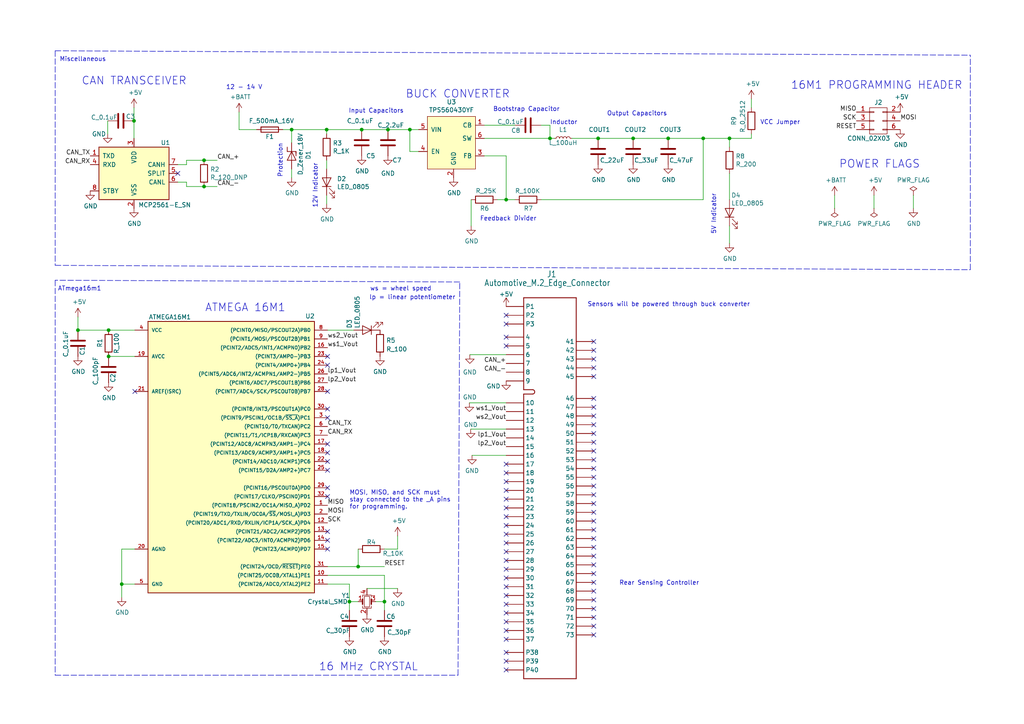
<source format=kicad_sch>
(kicad_sch (version 20211123) (generator eeschema)
  (paper "A4")
  (lib_symbols
    (symbol "formula:ATMEGA16M1" (pin_names (offset 1.016))
      (property "Reference" "U" (at -24.13 46.482 0))
      (property "Value" "ATMEGA16M1" (at 12.7 -35.56 0))
      (symbol "ATMEGA16M1_1_1"
        (pin bidirectional line (at 27.94 -7.62 180) (length 3.81) (name "(PCINT18/PSCIN2/OC1A/MISO_A)PD2") (number "1"))
        (pin bidirectional line (at 27.94 -27.94 180) (length 3.81) (name "(PCINT25/OC0B/XTAL1)PE1") (number "10"))
        (pin bidirectional line (at 27.94 -30.48 180) (length 3.81) (name "(PCINT26/ADC0/XTAL2)PE2") (number "11"))
        (pin bidirectional line (at 27.94 -12.7 180) (length 3.81) (name "(PCINT20/ADC1/RXD/RXLIN/ICP1A/SCK_A)PD4") (number "12"))
        (pin bidirectional line (at 27.94 -15.24 180) (length 3.81) (name "(PCINT21/ADC2/ACMP2)PD5") (number "13"))
        (pin bidirectional line (at 27.94 -17.78 180) (length 3.81) (name "(PCINT22/ADC3/INT0/ACMPN2)PD6") (number "14"))
        (pin bidirectional line (at 27.94 -20.32 180) (length 3.81) (name "(PCINT23/ACMP0)PD7") (number "15"))
        (pin bidirectional line (at 27.94 38.1 180) (length 3.81) (name "(PCINT2/ADC5/INT1/ACMPN0)PB2") (number "16"))
        (pin bidirectional line (at 27.94 10.16 180) (length 3.81) (name "(PCINT12/ADC8/ACMPN3/AMP1-)PC4") (number "17"))
        (pin bidirectional line (at 27.94 7.62 180) (length 3.81) (name "(PCINT13/ADC9/ACMP3/AMP1+)PC5") (number "18"))
        (pin power_in line (at -27.94 35.56 0) (length 3.81) (name "AVCC") (number "19"))
        (pin bidirectional line (at 27.94 -10.16 180) (length 3.81) (name "(PCINT19/TXD/TXLIN/OC0A/~{SS}/MOSI_A)PD3") (number "2"))
        (pin power_in line (at -27.94 -20.32 0) (length 3.81) (name "AGND") (number "20"))
        (pin power_in line (at -27.94 25.4 0) (length 3.81) (name "AREF(ISRC)") (number "21"))
        (pin bidirectional line (at 27.94 5.08 180) (length 3.81) (name "(PCINT14/ADC10/ACMP1)PC6") (number "22"))
        (pin bidirectional line (at 27.94 35.56 180) (length 3.81) (name "(PCINT3/AMP0-)PB3") (number "23"))
        (pin bidirectional line (at 27.94 33.02 180) (length 3.81) (name "(PCINT4/AMP0+)PB4") (number "24"))
        (pin bidirectional line (at 27.94 2.54 180) (length 3.81) (name "(PCINT15/D2A/AMP2+)PC7") (number "25"))
        (pin bidirectional line (at 27.94 30.48 180) (length 3.81) (name "(PCINT5/ADC6/INT2/ACMPN1/AMP2-)PB5") (number "26"))
        (pin bidirectional line (at 27.94 27.94 180) (length 3.81) (name "(PCINT6/ADC7/PSCOUT1B)PB6") (number "27"))
        (pin bidirectional line (at 27.94 25.4 180) (length 3.81) (name "(PCINT7/ADC4/SCK/PSCOUT0B)PB7") (number "28"))
        (pin bidirectional line (at 27.94 -2.54 180) (length 3.81) (name "(PCINT16/PSCOUT0A)PD0") (number "29"))
        (pin bidirectional line (at 27.94 17.78 180) (length 3.81) (name "(PCINT9/PSCIN1/OC1B/~{SS_A})PC1") (number "3"))
        (pin bidirectional line (at 27.94 20.32 180) (length 3.81) (name "(PCINT8/INT3/PSCOUT1A)PC0") (number "30"))
        (pin bidirectional line (at 27.94 -25.4 180) (length 3.81) (name "(PCINT24/OCD/~{RESET})PE0") (number "31"))
        (pin bidirectional line (at 27.94 -5.08 180) (length 3.81) (name "(PCINT17/CLKO/PSCIN0)PD1") (number "32"))
        (pin power_in line (at -27.94 43.18 0) (length 3.81) (name "VCC") (number "4"))
        (pin power_in line (at -27.94 -30.48 0) (length 3.81) (name "GND") (number "5"))
        (pin bidirectional line (at 27.94 15.24 180) (length 3.81) (name "(PCINT10/T0/TXCAN)PC2") (number "6"))
        (pin bidirectional line (at 27.94 12.7 180) (length 3.81) (name "(PCINT11/T1/ICP1B/RXCAN)PC3") (number "7"))
        (pin bidirectional line (at 27.94 43.18 180) (length 3.81) (name "(PCINT0/MISO/PSCOUT2A)PB0") (number "8"))
        (pin bidirectional line (at 27.94 40.64 180) (length 3.81) (name "(PCINT1/MOSI/PSCOUT2B)PB1") (number "9"))
      )
    )
    (symbol "formula:Automotive_M.2_Edge_Connector"
      (property "Reference" "J?" (at 1.27 49.53 0))
      (property "Value" "Automotive_M.2_Edge_Connector" (at 7.62 45.72 0))
      (symbol "Automotive_M.2_Edge_Connector_1_0"
        (pin bidirectional line (at -12.7 12.7 0) (length 5.08) (name "10") (number "10"))
        (pin bidirectional line (at -12.7 10.16 0) (length 5.08) (name "11") (number "11"))
        (pin bidirectional line (at -12.7 7.62 0) (length 5.08) (name "12") (number "12"))
        (pin bidirectional line (at -12.7 5.08 0) (length 5.08) (name "13") (number "13"))
        (pin bidirectional line (at -12.7 2.54 0) (length 5.08) (name "14") (number "14"))
        (pin bidirectional line (at -12.7 0 0) (length 5.08) (name "15") (number "15"))
        (pin bidirectional line (at -12.7 -2.54 0) (length 5.08) (name "16") (number "16"))
        (pin bidirectional line (at -12.7 -5.08 0) (length 5.08) (name "17") (number "17"))
        (pin bidirectional line (at -12.7 -7.62 0) (length 5.08) (name "18") (number "18"))
        (pin bidirectional line (at -12.7 -10.16 0) (length 5.08) (name "19") (number "19"))
        (pin bidirectional line (at -12.7 -12.7 0) (length 5.08) (name "20") (number "20"))
        (pin bidirectional line (at -12.7 -15.24 0) (length 5.08) (name "21") (number "21"))
        (pin bidirectional line (at -12.7 -17.78 0) (length 5.08) (name "22") (number "22"))
        (pin bidirectional line (at -12.7 -20.32 0) (length 5.08) (name "23") (number "23"))
        (pin bidirectional line (at -12.7 -22.86 0) (length 5.08) (name "24") (number "24"))
        (pin bidirectional line (at -12.7 -25.4 0) (length 5.08) (name "25") (number "25"))
        (pin bidirectional line (at -12.7 -27.94 0) (length 5.08) (name "26") (number "26"))
        (pin bidirectional line (at -12.7 -30.48 0) (length 5.08) (name "27") (number "27"))
        (pin bidirectional line (at -12.7 -33.02 0) (length 5.08) (name "28") (number "28"))
        (pin bidirectional line (at -12.7 -35.56 0) (length 5.08) (name "29") (number "29"))
        (pin bidirectional line (at -12.7 -38.1 0) (length 5.08) (name "30") (number "30"))
        (pin bidirectional line (at -12.7 -40.64 0) (length 5.08) (name "31") (number "31"))
        (pin bidirectional line (at -12.7 -43.18 0) (length 5.08) (name "32") (number "32"))
        (pin bidirectional line (at -12.7 -45.72 0) (length 5.08) (name "33") (number "33"))
        (pin bidirectional line (at -12.7 -48.26 0) (length 5.08) (name "34") (number "34"))
        (pin bidirectional line (at -12.7 -50.8 0) (length 5.08) (name "35") (number "35"))
        (pin bidirectional line (at -12.7 -53.34 0) (length 5.08) (name "36") (number "36"))
        (pin bidirectional line (at -12.7 -55.88 0) (length 5.08) (name "37") (number "37"))
        (pin bidirectional line (at -12.7 31.75 0) (length 5.08) (name "4") (number "4"))
        (pin bidirectional line (at 12.7 30.48 180) (length 5.08) (name "41") (number "41"))
        (pin bidirectional line (at 12.7 27.94 180) (length 5.08) (name "42") (number "42"))
        (pin bidirectional line (at 12.7 25.4 180) (length 5.08) (name "43") (number "43"))
        (pin bidirectional line (at 12.7 22.86 180) (length 5.08) (name "44") (number "44"))
        (pin bidirectional line (at 12.7 20.32 180) (length 5.08) (name "45") (number "45"))
        (pin bidirectional line (at 12.7 13.97 180) (length 5.08) (name "46") (number "46"))
        (pin bidirectional line (at 12.7 11.43 180) (length 5.08) (name "47") (number "47"))
        (pin bidirectional line (at 12.7 8.89 180) (length 5.08) (name "48") (number "48"))
        (pin bidirectional line (at 12.7 6.35 180) (length 5.08) (name "49") (number "49"))
        (pin bidirectional line (at -12.7 29.21 0) (length 5.08) (name "5") (number "5"))
        (pin bidirectional line (at 12.7 3.81 180) (length 5.08) (name "50") (number "50"))
        (pin bidirectional line (at 12.7 1.27 180) (length 5.08) (name "51") (number "51"))
        (pin bidirectional line (at 12.7 -1.27 180) (length 5.08) (name "52") (number "52"))
        (pin bidirectional line (at 12.7 -3.81 180) (length 5.08) (name "53") (number "53"))
        (pin bidirectional line (at 12.7 -6.35 180) (length 5.08) (name "54") (number "54"))
        (pin bidirectional line (at 12.7 -8.89 180) (length 5.08) (name "55") (number "55"))
        (pin bidirectional line (at 12.7 -11.43 180) (length 5.08) (name "56") (number "56"))
        (pin bidirectional line (at 12.7 -13.97 180) (length 5.08) (name "57") (number "57"))
        (pin bidirectional line (at 12.7 -16.51 180) (length 5.08) (name "58") (number "58"))
        (pin bidirectional line (at 12.7 -19.05 180) (length 5.08) (name "59") (number "59"))
        (pin bidirectional line (at -12.7 26.67 0) (length 5.08) (name "6") (number "6"))
        (pin bidirectional line (at 12.7 -21.59 180) (length 5.08) (name "60") (number "60"))
        (pin bidirectional line (at 12.7 -24.13 180) (length 5.08) (name "61") (number "61"))
        (pin bidirectional line (at 12.7 -26.67 180) (length 5.08) (name "62") (number "62"))
        (pin bidirectional line (at 12.7 -29.21 180) (length 5.08) (name "63") (number "63"))
        (pin bidirectional line (at 12.7 -31.75 180) (length 5.08) (name "64") (number "64"))
        (pin bidirectional line (at 12.7 -34.29 180) (length 5.08) (name "65") (number "65"))
        (pin bidirectional line (at 12.7 -36.83 180) (length 5.08) (name "66") (number "66"))
        (pin bidirectional line (at 12.7 -39.37 180) (length 5.08) (name "67") (number "67"))
        (pin bidirectional line (at 12.7 -41.91 180) (length 5.08) (name "68") (number "68"))
        (pin bidirectional line (at 12.7 -44.45 180) (length 5.08) (name "69") (number "69"))
        (pin bidirectional line (at -12.7 24.13 0) (length 5.08) (name "7") (number "7"))
        (pin bidirectional line (at 12.7 -46.99 180) (length 5.08) (name "70") (number "70"))
        (pin bidirectional line (at 12.7 -49.53 180) (length 5.08) (name "71") (number "71"))
        (pin bidirectional line (at 12.7 -52.07 180) (length 5.08) (name "72") (number "72"))
        (pin bidirectional line (at 12.7 -54.61 180) (length 5.08) (name "73") (number "73"))
        (pin bidirectional line (at -12.7 21.59 0) (length 5.08) (name "8") (number "8"))
        (pin bidirectional line (at -12.7 19.05 0) (length 5.08) (name "9") (number "9"))
        (pin bidirectional line (at -12.7 40.64 0) (length 5.08) (name "P1") (number "P1"))
        (pin bidirectional line (at -12.7 38.1 0) (length 5.08) (name "P2") (number "P2"))
        (pin bidirectional line (at -12.7 35.56 0) (length 5.08) (name "P3") (number "P3"))
        (pin bidirectional line (at -12.7 -59.69 0) (length 5.08) (name "P38") (number "P38"))
        (pin bidirectional line (at -12.7 -62.23 0) (length 5.08) (name "P39") (number "P39"))
        (pin bidirectional line (at -12.7 -64.77 0) (length 5.08) (name "P40") (number "P40"))
      )
    )
    (symbol "formula:CONN_02X03" (pin_names (offset 0.0254) hide)
      (property "Reference" "J" (at 0 5.08 0))
      (property "Value" "CONN_02X03" (at 0 -5.08 0))
      (symbol "CONN_02X03_1_1"
        (pin passive line (at -6.35 2.54 0) (length 3.81) (name "P1") (number "1"))
        (pin passive line (at 6.35 2.54 180) (length 3.81) (name "P2") (number "2"))
        (pin passive line (at -6.35 0 0) (length 3.81) (name "P3") (number "3"))
        (pin passive line (at 6.35 0 180) (length 3.81) (name "P4") (number "4"))
        (pin passive line (at -6.35 -2.54 0) (length 3.81) (name "P5") (number "5"))
        (pin passive line (at 6.35 -2.54 180) (length 3.81) (name "P6") (number "6"))
      )
    )
    (symbol "formula:C_0.1uF" (pin_numbers hide) (pin_names (offset 0.254))
      (property "Reference" "C" (at 0.635 2.54 0))
      (property "Value" "C_0.1uF" (at 0.635 -2.54 0))
      (symbol "C_0.1uF_1_1"
        (pin passive line (at 0 3.81 270) (length 2.794) (name "~") (number "1"))
        (pin passive line (at 0 -3.81 90) (length 2.794) (name "~") (number "2"))
      )
    )
    (symbol "formula:C_100pF" (pin_numbers hide) (pin_names (offset 0.254))
      (property "Reference" "C" (at 0.635 2.54 0))
      (property "Value" "C_100pF" (at 0.635 -2.54 0))
      (symbol "C_100pF_1_1"
        (pin passive line (at 0 3.81 270) (length 2.794) (name "~") (number "1"))
        (pin passive line (at 0 -3.81 90) (length 2.794) (name "~") (number "2"))
      )
    )
    (symbol "formula:C_2.2uF" (pin_numbers hide) (pin_names (offset 0.254))
      (property "Reference" "C" (at 0.635 3.81 0))
      (property "Value" "C_2.2uF" (at 0.635 -1.27 0))
      (symbol "C_2.2uF_1_1"
        (pin passive line (at 0 5.08 270) (length 2.794) (name "~") (number "1"))
        (pin passive line (at 0 -2.54 90) (length 2.794) (name "~") (number "2"))
      )
    )
    (symbol "formula:C_22uF" (pin_numbers hide) (pin_names (offset 0.254))
      (property "Reference" "C" (at 0.635 2.54 0))
      (property "Value" "C_22uF" (at 0.635 -2.54 0))
      (symbol "C_22uF_1_1"
        (pin passive line (at 0 3.81 270) (length 2.794) (name "~") (number "1"))
        (pin passive line (at 0 -3.81 90) (length 2.794) (name "~") (number "2"))
      )
    )
    (symbol "formula:C_30pF" (pin_numbers hide) (pin_names (offset 0.254))
      (property "Reference" "C" (at 0.635 2.54 0))
      (property "Value" "C_30pF" (at 0.635 -2.54 0))
      (symbol "C_30pF_1_1"
        (pin passive line (at 0 3.81 270) (length 2.794) (name "~") (number "1"))
        (pin passive line (at 0 -3.81 90) (length 2.794) (name "~") (number "2"))
      )
    )
    (symbol "formula:C_33uF" (pin_numbers hide) (pin_names (offset 0.254))
      (property "Reference" "C" (at 0.635 2.54 0))
      (property "Value" "C_33uF" (at 2.54 -7.62 0))
      (symbol "C_33uF_1_1"
        (pin passive line (at 0 3.81 270) (length 2.794) (name "~") (number "1"))
        (pin passive line (at 0 -3.81 90) (length 2.794) (name "~") (number "2"))
      )
    )
    (symbol "formula:C_47uF" (pin_numbers hide) (pin_names (offset 0.254))
      (property "Reference" "C" (at 0.635 2.54 0))
      (property "Value" "C_47uF" (at 0.635 -2.54 0))
      (symbol "C_47uF_1_1"
        (pin passive line (at 0 3.81 270) (length 2.794) (name "~") (number "1"))
        (pin passive line (at 0 -3.81 90) (length 2.794) (name "~") (number "2"))
      )
    )
    (symbol "formula:Crystal_SMD" (pin_names (offset 1.016) hide)
      (property "Reference" "Y" (at 1.27 4.445 0))
      (property "Value" "Crystal_SMD" (at 1.27 2.54 0))
      (symbol "Crystal_SMD_1_1"
        (pin passive line (at -2.54 0 0) (length 1.27) (name "1") (number "1"))
        (pin passive line (at 0 -3.81 90) (length 1.905) (name "2") (number "2"))
        (pin passive line (at 2.54 0 180) (length 1.27) (name "3") (number "3"))
        (pin passive line (at 0 3.81 270) (length 1.905) (name "4") (number "4"))
      )
    )
    (symbol "formula:D_Zener_18V" (pin_numbers hide) (pin_names (offset 1.016) hide)
      (property "Reference" "D" (at 0 2.54 0))
      (property "Value" "D_Zener_18V" (at 0 -2.54 0))
      (symbol "D_Zener_18V_1_1"
        (pin passive line (at -3.81 0 0) (length 2.54) (name "K") (number "1"))
        (pin passive line (at 3.81 0 180) (length 2.54) (name "A") (number "2"))
      )
    )
    (symbol "formula:F_500mA_16V" (pin_numbers hide) (pin_names (offset 0))
      (property "Reference" "F" (at 2.032 0 90))
      (property "Value" "F_500mA_16V" (at -1.905 0 90))
      (symbol "F_500mA_16V_1_1"
        (pin passive line (at 0 3.81 270) (length 1.27) (name "~") (number "1"))
        (pin passive line (at 0 -3.81 90) (length 1.27) (name "~") (number "2"))
      )
    )
    (symbol "formula:LED_0805" (pin_numbers hide) (pin_names (offset 1.016) hide)
      (property "Reference" "D" (at 0 -2.54 0))
      (property "Value" "LED_0805" (at 0 2.54 0))
      (symbol "LED_0805_1_1"
        (pin passive line (at -3.81 0 0) (length 2.54) (name "K") (number "1"))
        (pin passive line (at 3.81 0 180) (length 2.54) (name "A") (number "2"))
      )
    )
    (symbol "formula:L_100uH" (pin_numbers hide) (pin_names (offset 1.016) hide)
      (property "Reference" "L" (at 0 -1.27 0))
      (property "Value" "L_100uH" (at 0 2.54 0))
      (symbol "L_100uH_1_1"
        (pin passive line (at -2.54 0 0) (length 0.508) (name "~") (number "1"))
        (pin passive line (at 2.54 0 180) (length 0.508) (name "~") (number "2"))
      )
    )
    (symbol "formula:MCP2561-E_SN" (pin_names (offset 1.016))
      (property "Reference" "U" (at -10.16 8.89 0))
      (property "Value" "MCP2561-E_SN" (at 2.54 8.89 0))
      (symbol "MCP2561-E_SN_1_1"
        (pin input line (at -12.7 5.08 0) (length 2.54) (name "TXD") (number "1"))
        (pin power_in line (at 0 -10.16 90) (length 2.54) (name "VSS") (number "2"))
        (pin power_in line (at 0 10.16 270) (length 2.54) (name "VDD") (number "3"))
        (pin output line (at -12.7 2.54 0) (length 2.54) (name "RXD") (number "4"))
        (pin passive line (at 12.7 0 180) (length 2.54) (name "SPLIT") (number "5"))
        (pin bidirectional line (at 12.7 -2.54 180) (length 2.54) (name "CANL") (number "6"))
        (pin bidirectional line (at 12.7 2.54 180) (length 2.54) (name "CANH") (number "7"))
        (pin input line (at -12.7 -5.08 0) (length 2.54) (name "STBY") (number "8"))
      )
    )
    (symbol "formula:R_0_2512" (pin_numbers hide) (pin_names (offset 0))
      (property "Reference" "R" (at 2.032 0 90))
      (property "Value" "R_0_2512" (at -2.54 0 90))
      (symbol "R_0_2512_1_1"
        (pin passive line (at 0 3.81 270) (length 1.27) (name "~") (number "1"))
        (pin passive line (at 0 -3.81 90) (length 1.27) (name "~") (number "2"))
      )
    )
    (symbol "formula:R_100" (pin_numbers hide) (pin_names (offset 0))
      (property "Reference" "R" (at 2.032 0 90))
      (property "Value" "R_100" (at -2.54 0 90))
      (symbol "R_100_1_1"
        (pin passive line (at 0 3.81 270) (length 1.27) (name "~") (number "1"))
        (pin passive line (at 0 -3.81 90) (length 1.27) (name "~") (number "2"))
      )
    )
    (symbol "formula:R_100K" (pin_numbers hide) (pin_names (offset 0))
      (property "Reference" "R" (at 2.032 0 90))
      (property "Value" "R_100K" (at -2.54 0 90))
      (symbol "R_100K_1_1"
        (pin passive line (at 0 3.81 270) (length 1.27) (name "~") (number "1"))
        (pin passive line (at 0 -3.81 90) (length 1.27) (name "~") (number "2"))
      )
    )
    (symbol "formula:R_10K" (pin_numbers hide) (pin_names (offset 0))
      (property "Reference" "R" (at 2.032 0 90))
      (property "Value" "R_10K" (at -2.54 0 90))
      (symbol "R_10K_1_1"
        (pin passive line (at 0 3.81 270) (length 1.27) (name "~") (number "1"))
        (pin passive line (at 0 -3.81 90) (length 1.27) (name "~") (number "2"))
      )
    )
    (symbol "formula:R_120_DNP" (pin_numbers hide) (pin_names (offset 0))
      (property "Reference" "R" (at 2.032 0 90))
      (property "Value" "R_120_DNP" (at -2.54 0 90))
      (symbol "R_120_DNP_1_1"
        (pin passive line (at 0 3.81 270) (length 1.27) (name "~") (number "1"))
        (pin passive line (at 0 -3.81 90) (length 1.27) (name "~") (number "2"))
      )
    )
    (symbol "formula:R_1K" (pin_numbers hide) (pin_names (offset 0))
      (property "Reference" "R" (at 2.032 0 90))
      (property "Value" "R_1K" (at -2.54 0 90))
      (symbol "R_1K_1_1"
        (pin passive line (at 0 3.81 270) (length 1.27) (name "~") (number "1"))
        (pin passive line (at 0 -3.81 90) (length 1.27) (name "~") (number "2"))
      )
    )
    (symbol "formula:R_200" (pin_numbers hide) (pin_names (offset 0))
      (property "Reference" "R" (at 2.032 0 90))
      (property "Value" "R_200" (at -2.54 0 90))
      (symbol "R_200_1_1"
        (pin passive line (at 0 3.81 270) (length 1.27) (name "~") (number "1"))
        (pin passive line (at 0 -3.81 90) (length 1.27) (name "~") (number "2"))
      )
    )
    (symbol "formula:R_25K" (pin_numbers hide) (pin_names (offset 0))
      (property "Reference" "R" (at 6.35 0 90))
      (property "Value" "R_25K" (at 5.08 5.08 0))
      (symbol "R_25K_1_1"
        (pin passive line (at 0 3.81 270) (length 1.27) (name "~") (number "1"))
        (pin passive line (at 0 -3.81 90) (length 1.27) (name "~") (number "2"))
      )
    )
    (symbol "formula:TPS560430YF" (pin_names (offset 1.016))
      (property "Reference" "U" (at -5.08 -8.89 0))
      (property "Value" "TPS560430YF" (at 0 10.16 0))
      (symbol "TPS560430YF_1_1"
        (pin bidirectional line (at 10.16 5.08 180) (length 2.54) (name "CB") (number "1"))
        (pin power_in line (at 1.27 -10.16 90) (length 2.54) (name "GND") (number "2"))
        (pin input line (at 10.16 -3.81 180) (length 2.54) (name "FB") (number "3"))
        (pin input line (at -8.89 -2.54 0) (length 2.54) (name "EN") (number "4"))
        (pin power_in line (at -8.89 3.81 0) (length 2.54) (name "VIN") (number "5"))
        (pin output line (at 10.16 1.27 180) (length 2.54) (name "SW") (number "6"))
      )
    )
    (symbol "power:+5V" (power) (pin_names (offset 0))
      (property "Value" "+5V" (at 0 3.556 0))
      (symbol "+5V_1_1"
        (pin power_in line (at 0 0 90) (length 0) hide (name "+5V") (number "1"))
      )
    )
    (symbol "power:+BATT" (power) (pin_names (offset 0))
      (property "Value" "+BATT" (at 0 3.556 0))
      (symbol "+BATT_1_1"
        (pin power_in line (at 0 0 90) (length 0) hide (name "+BATT") (number "1"))
      )
    )
    (symbol "power:GND" (power) (pin_names (offset 0))
      (property "Value" "GND" (at 0 -3.81 0))
      (symbol "GND_1_1"
        (pin power_in line (at 0 0 270) (length 0) hide (name "GND") (number "1"))
      )
    )
    (symbol "power:PWR_FLAG" (power) (pin_numbers hide) (pin_names (offset 0) hide)
      (property "Value" "PWR_FLAG" (at 0 3.81 0))
      (symbol "PWR_FLAG_0_0"
        (pin power_out line (at 0 0 90) (length 0) (name "pwr") (number "1"))
      )
    )
  )
  (junction (at 111.506 174.498))
  (junction (at 94.742 37.592))
  (junction (at 159.512 40.132))
  (junction (at 203.962 40.132))
  (junction (at 103.886 164.338))
  (junction (at 38.862 35.052))
  (junction (at 173.482 40.132))
  (junction (at 183.642 40.132))
  (junction (at 101.346 174.498))
  (junction (at 104.902 37.592))
  (junction (at 22.606 95.758))
  (junction (at 193.802 40.132))
  (junction (at 211.582 40.132))
  (junction (at 35.306 169.418))
  (junction (at 31.496 95.758))
  (junction (at 118.872 37.592))
  (junction (at 59.182 46.482))
  (junction (at 31.496 103.378))
  (junction (at 59.182 54.102))
  (junction (at 84.582 37.592))
  (junction (at 112.522 37.592))
  (junction (at 146.812 57.912))
  (no_connect (at 172.212 153.67))
  (no_connect (at 172.212 143.51))
  (no_connect (at 94.996 144.018))
  (no_connect (at 172.212 158.75))
  (no_connect (at 172.212 138.43))
  (no_connect (at 94.996 154.178))
  (no_connect (at 94.996 105.918))
  (no_connect (at 146.812 100.33))
  (no_connect (at 146.812 97.79))
  (no_connect (at 146.812 160.02))
  (no_connect (at 94.996 103.378))
  (no_connect (at 172.212 179.07))
  (no_connect (at 172.212 176.53))
  (no_connect (at 172.212 120.65))
  (no_connect (at 146.812 167.64))
  (no_connect (at 94.996 118.618))
  (no_connect (at 172.212 163.83))
  (no_connect (at 146.812 175.26))
  (no_connect (at 172.212 118.11))
  (no_connect (at 94.996 136.398))
  (no_connect (at 172.212 135.89))
  (no_connect (at 172.212 171.45))
  (no_connect (at 172.212 168.91))
  (no_connect (at 146.812 185.42))
  (no_connect (at 146.812 177.8))
  (no_connect (at 172.212 184.15))
  (no_connect (at 146.812 182.88))
  (no_connect (at 172.212 181.61))
  (no_connect (at 146.812 139.7))
  (no_connect (at 172.212 173.99))
  (no_connect (at 94.996 156.718))
  (no_connect (at 146.812 162.56))
  (no_connect (at 146.812 144.78))
  (no_connect (at 94.996 141.478))
  (no_connect (at 146.812 147.32))
  (no_connect (at 172.212 161.29))
  (no_connect (at 94.996 121.158))
  (no_connect (at 146.812 189.23))
  (no_connect (at 146.812 134.62))
  (no_connect (at 172.212 146.05))
  (no_connect (at 172.212 128.27))
  (no_connect (at 146.812 142.24))
  (no_connect (at 146.812 191.77))
  (no_connect (at 146.812 165.1))
  (no_connect (at 146.812 91.44))
  (no_connect (at 146.812 93.98))
  (no_connect (at 94.996 133.858))
  (no_connect (at 94.996 131.318))
  (no_connect (at 94.996 128.778))
  (no_connect (at 94.996 113.538))
  (no_connect (at 172.212 166.37))
  (no_connect (at 172.212 148.59))
  (no_connect (at 146.812 157.48))
  (no_connect (at 172.212 123.19))
  (no_connect (at 172.212 109.22))
  (no_connect (at 172.212 106.68))
  (no_connect (at 146.812 149.86))
  (no_connect (at 172.212 104.14))
  (no_connect (at 146.812 154.94))
  (no_connect (at 172.212 125.73))
  (no_connect (at 172.212 115.57))
  (no_connect (at 51.562 50.292))
  (no_connect (at 172.212 140.97))
  (no_connect (at 172.212 151.13))
  (no_connect (at 146.812 170.18))
  (no_connect (at 172.212 130.81))
  (no_connect (at 146.812 152.4))
  (no_connect (at 172.212 101.6))
  (no_connect (at 172.212 133.35))
  (no_connect (at 172.212 99.06))
  (no_connect (at 146.812 194.31))
  (no_connect (at 94.996 159.258))
  (no_connect (at 146.812 172.72))
  (no_connect (at 39.116 113.538))
  (no_connect (at 146.812 180.34))
  (no_connect (at 146.812 137.16))
  (no_connect (at 172.212 156.21))
  (wire (pts (xy 112.522 37.592) (xy 118.872 37.592)))
  (wire (pts (xy 159.512 36.322) (xy 159.512 40.132)))
  (wire (pts (xy 94.742 37.592) (xy 104.902 37.592)))
  (wire (pts (xy 31.242 35.052) (xy 31.242 38.862)))
  (wire (pts (xy 253.492 60.452) (xy 253.492 56.642)))
  (polyline (pts (xy 132.842 195.834) (xy 133.35 81.788)))
  (wire (pts (xy 211.582 50.292) (xy 211.582 57.912)))
  (wire (pts (xy 59.182 46.482) (xy 62.992 46.482)))
  (wire (pts (xy 35.306 173.228) (xy 35.306 169.418)))
  (wire (pts (xy 51.562 47.752) (xy 54.102 47.752)))
  (wire (pts (xy 103.886 164.338) (xy 111.506 164.338)))
  (wire (pts (xy 146.812 57.912) (xy 149.352 57.912)))
  (wire (pts (xy 22.606 91.948) (xy 22.606 95.758)))
  (wire (pts (xy 59.182 54.102) (xy 62.992 54.102)))
  (polyline (pts (xy 16.002 195.834) (xy 132.842 195.834)))
  (wire (pts (xy 84.582 37.592) (xy 94.742 37.592)))
  (wire (pts (xy 211.582 65.532) (xy 211.582 70.612)))
  (wire (pts (xy 211.582 42.672) (xy 211.582 40.132)))
  (wire (pts (xy 203.962 40.132) (xy 211.582 40.132)))
  (wire (pts (xy 102.616 95.758) (xy 94.996 95.758)))
  (polyline (pts (xy 133.35 81.788) (xy 16.002 81.28)))
  (wire (pts (xy 104.902 37.592) (xy 112.522 37.592)))
  (polyline (pts (xy 281.432 78.232) (xy 281.432 16.002)))
  (wire (pts (xy 108.966 174.498) (xy 111.506 174.498)))
  (wire (pts (xy 121.412 43.942) (xy 118.872 43.942)))
  (polyline (pts (xy 16.002 81.28) (xy 16.002 195.834)))
  (wire (pts (xy 51.562 52.832) (xy 54.102 52.832)))
  (wire (pts (xy 111.506 174.498) (xy 111.506 177.038)))
  (wire (pts (xy 35.306 169.418) (xy 35.306 159.258)))
  (wire (pts (xy 136.906 132.08) (xy 146.812 132.08)))
  (wire (pts (xy 39.116 169.418) (xy 35.306 169.418)))
  (wire (pts (xy 94.996 164.338) (xy 103.886 164.338)))
  (wire (pts (xy 203.962 57.912) (xy 203.962 40.132)))
  (wire (pts (xy 111.506 159.258) (xy 115.316 159.258)))
  (wire (pts (xy 136.525 124.46) (xy 146.812 124.46)))
  (wire (pts (xy 146.812 45.212) (xy 146.812 57.912)))
  (wire (pts (xy 39.116 103.378) (xy 31.496 103.378)))
  (wire (pts (xy 31.496 95.758) (xy 39.116 95.758)))
  (wire (pts (xy 94.742 37.592) (xy 94.742 38.862)))
  (wire (pts (xy 101.346 174.498) (xy 101.346 169.418)))
  (wire (pts (xy 94.742 46.482) (xy 94.742 49.022)))
  (wire (pts (xy 242.062 56.642) (xy 242.062 60.452)))
  (wire (pts (xy 84.582 49.022) (xy 84.582 51.562)))
  (wire (pts (xy 173.482 40.132) (xy 183.642 40.132)))
  (wire (pts (xy 22.606 95.758) (xy 31.496 95.758)))
  (wire (pts (xy 82.042 37.592) (xy 84.582 37.592)))
  (wire (pts (xy 140.462 40.132) (xy 159.512 40.132)))
  (wire (pts (xy 156.972 36.322) (xy 159.512 36.322)))
  (wire (pts (xy 54.102 52.832) (xy 54.102 54.102)))
  (wire (pts (xy 193.802 40.132) (xy 203.962 40.132)))
  (wire (pts (xy 140.462 45.212) (xy 146.812 45.212)))
  (polyline (pts (xy 16.002 14.732) (xy 16.002 76.962)))
  (wire (pts (xy 54.102 54.102) (xy 59.182 54.102)))
  (wire (pts (xy 84.582 41.402) (xy 84.582 37.592)))
  (wire (pts (xy 118.872 37.592) (xy 121.412 37.592)))
  (wire (pts (xy 211.582 40.132) (xy 217.932 40.132)))
  (polyline (pts (xy 16.002 76.962) (xy 281.432 78.232)))
  (wire (pts (xy 69.342 32.512) (xy 69.342 37.592)))
  (wire (pts (xy 159.512 40.132) (xy 160.782 40.132)))
  (wire (pts (xy 156.972 57.912) (xy 203.962 57.912)))
  (wire (pts (xy 136.271 102.87) (xy 146.812 102.87)))
  (wire (pts (xy 144.272 57.912) (xy 146.812 57.912)))
  (wire (pts (xy 136.652 57.912) (xy 136.652 65.532)))
  (wire (pts (xy 217.932 40.132) (xy 217.932 38.862)))
  (wire (pts (xy 111.506 166.878) (xy 94.996 166.878)))
  (wire (pts (xy 140.462 36.322) (xy 149.352 36.322)))
  (wire (pts (xy 136.144 116.84) (xy 146.812 116.84)))
  (wire (pts (xy 35.306 159.258) (xy 39.116 159.258)))
  (wire (pts (xy 54.102 47.752) (xy 54.102 46.482)))
  (wire (pts (xy 118.872 43.942) (xy 118.872 37.592)))
  (wire (pts (xy 101.346 177.038) (xy 101.346 174.498)))
  (wire (pts (xy 101.346 169.418) (xy 94.996 169.418)))
  (wire (pts (xy 38.862 40.132) (xy 38.862 35.052)))
  (wire (pts (xy 101.346 174.498) (xy 103.886 174.498)))
  (wire (pts (xy 165.862 40.132) (xy 173.482 40.132)))
  (wire (pts (xy 38.862 35.052) (xy 38.862 31.242)))
  (wire (pts (xy 69.342 37.592) (xy 74.422 37.592)))
  (wire (pts (xy 264.922 56.642) (xy 264.922 60.452)))
  (polyline (pts (xy 16.002 14.732) (xy 281.432 16.002)))
  (wire (pts (xy 54.102 46.482) (xy 59.182 46.482)))
  (wire (pts (xy 103.886 164.338) (xy 103.886 159.258)))
  (wire (pts (xy 94.742 56.642) (xy 94.742 59.182)))
  (wire (pts (xy 183.642 40.132) (xy 193.802 40.132)))
  (wire (pts (xy 106.426 170.688) (xy 115.316 170.688)))
  (wire (pts (xy 115.316 159.258) (xy 115.316 155.448)))
  (wire (pts (xy 111.506 174.498) (xy 111.506 166.878)))
  (wire (pts (xy 217.932 31.242) (xy 217.932 28.702)))
  (text "lp = linear potentiometer" (at 107.0864 87.0966 0) (effects (font (size 1.27 1.27)) (justify left bottom)))
  (text "Protection\n" (at 82.042 51.562 90) (effects (font (size 1.27 1.27)) (justify left bottom)))
  (text "ATMEGA 16M1\n" (at 59.436 90.678 0) (effects (font (size 2.2606 2.2606)) (justify left bottom)))
  (text "Bootstrap Capacitor\n" (at 143.002 32.512 0) (effects (font (size 1.27 1.27)) (justify left bottom)))
  (text "BUCK CONVERTER\n" (at 117.602 28.702 0) (effects (font (size 2.2606 2.2606)) (justify left bottom)))
  (text "Sensors will be powered through buck converter" (at 170.3832 89.1286 0) (effects (font (size 1.27 1.27)) (justify left bottom)))
  (text "Miscellaneous\n" (at 17.272 18.034 0) (effects (font (size 1.27 1.27)) (justify left bottom)))
  (text "ws = wheel speed" (at 107.315 84.5566 0) (effects (font (size 1.27 1.27)) (justify left bottom)))
  (text "12V Indicator" (at 92.202 60.452 90) (effects (font (size 1.27 1.27)) (justify left bottom)))
  (text "Input Capacitors\n\n" (at 101.092 35.052 0) (effects (font (size 1.27 1.27)) (justify left bottom)))
  (text "POWER FLAGS\n" (at 243.332 49.022 0) (effects (font (size 2.2606 2.2606)) (justify left bottom)))
  (text "Output Capacitors\n" (at 176.022 33.782 0) (effects (font (size 1.27 1.27)) (justify left bottom)))
  (text "MOSI, MISO, and SCK must\nstay connected to the _A pins\nfor programming." (at 101.346 147.828 0) (effects (font (size 1.27 1.27)) (justify left bottom)))
  (text "Rear Sensing Controller\n" (at 179.578 169.926 0) (effects (font (size 1.27 1.27)) (justify left bottom)))
  (text "CAN TRANSCEIVER\n" (at 23.622 24.892 0) (effects (font (size 2.2606 2.2606)) (justify left bottom)))
  (text "VCC Jumper\n" (at 220.472 36.322 0) (effects (font (size 1.27 1.27)) (justify left bottom)))
  (text "Inductor\n" (at 159.512 36.322 0) (effects (font (size 1.27 1.27)) (justify left bottom)))
  (text "12 - 14 V" (at 65.532 26.162 0) (effects (font (size 1.27 1.27)) (justify left bottom)))
  (text "Feedback Divider\n" (at 139.192 64.262 0) (effects (font (size 1.27 1.27)) (justify left bottom)))
  (text "16M1 PROGRAMMING HEADER\n" (at 229.362 26.162 0) (effects (font (size 2.2606 2.2606)) (justify left bottom)))
  (text "16 MHz CRYSTAL\n" (at 92.456 194.818 0) (effects (font (size 2.2606 2.2606)) (justify left bottom)))
  (text "ATmega16m1\n" (at 16.764 84.582 0) (effects (font (size 1.27 1.27)) (justify left bottom)))
  (text "5V Indicator" (at 207.772 68.072 90) (effects (font (size 1.27 1.27)) (justify left bottom)))
  (label "MOSI" (at 261.112 35.052 0))
  (label "ws2_Vout" (at 94.996 98.298 0))
  (label "lp2_Vout" (at 146.812 129.54 180))
  (label "CAN_-" (at 146.812 107.95 180))
  (label "MISO" (at 248.412 32.512 180))
  (label "SCK" (at 248.412 35.052 180))
  (label "MISO" (at 94.996 146.558 0))
  (label "RESET" (at 111.506 164.338 0))
  (label "CAN_RX" (at 26.162 47.752 180))
  (label "MOSI" (at 94.996 149.098 0))
  (label "ws1_Vout" (at 146.812 119.38 180))
  (label "CAN_-" (at 62.992 54.102 0))
  (label "CAN_+" (at 146.812 105.41 180))
  (label "lp2_Vout" (at 94.996 110.998 0))
  (label "lp1_Vout" (at 146.812 127 180))
  (label "SCK" (at 94.996 151.638 0))
  (label "CAN_+" (at 62.992 46.482 0))
  (label "CAN_TX" (at 26.162 45.212 180))
  (label "CAN_TX" (at 94.996 123.698 0))
  (label "ws1_Vout" (at 94.996 100.838 0))
  (label "RESET" (at 248.412 37.592 180))
  (label "ws2_Vout" (at 146.812 121.92 180))
  (label "CAN_RX" (at 94.996 126.238 0))
  (label "lp1_Vout" (at 94.996 108.458 0))
  (symbol (lib_id "formula:C_30pF") (at 111.506 180.848 0) (unit 1)
    (property "Reference" "C6" (at 112.014 178.816 0) (effects (justify left)))
    (property "Value" "C_30pF" (at 112.268 183.388 0) (effects (justify left)))
    (property "Footprint" "footprints:C_0805_OEM" (effects hide))
    (property "Datasheet" "https://media.digikey.com/pdf/Data%20Sheets/Samsung%20PDFs/CL_Series_MLCC_ds.pdf" (effects hide))
    (property "MFN" "DK" (effects hide))
    (property "MPN" "1276-1130-1-ND" (effects hide))
    (property "PurchasingLink" "https://www.digikey.com/product-detail/en/samsung-electro-mechanics-america-inc/CL21C300JBANNNC/1276-1130-1-ND/3889216" (effects hide))
  )
  (symbol (lib_id "formula:C_100pF") (at 31.496 107.188 0) (unit 1)
    (property "Reference" "C2" (at 32.766 110.998 90) (effects (justify left)))
    (property "Value" "C_100pF" (at 27.686 111.76 90) (effects (justify left)))
    (property "Footprint" "footprints:C_0805_OEM" (effects hide))
    (property "Datasheet" "https://katalog.we-online.de/pbs/datasheet/885012007057.pdf" (effects hide))
    (property "MFN" "DK" (effects hide))
    (property "MPN" "732-7852-1-ND" (effects hide))
    (property "PurchasingLink" "https://www.digikey.com/product-detail/en/wurth-electronics-inc/885012007057/732-7852-1-ND/5454479" (effects hide))
  )
  (symbol (lib_id "formula:Automotive_M.2_Edge_Connector") (at 159.512 129.54 0) (unit 1)
    (property "Reference" "J1" (at 160.02 79.502 0) (effects (font (size 1.778 1.5113))))
    (property "Value" "Automotive_M.2_Edge_Connector" (at 158.75 82.042 0) (effects (font (size 1.778 1.5113))))
    (property "Footprint" "footprints:Automotive_M.2_Edge_Connector" (effects hide))
  )
  (symbol (lib_id "power:+5V") (at 217.932 28.702 0) (unit 1)
    (property "Reference" "#PWR?" (effects hide))
    (property "Value" "+5V" (at 218.313 24.3078 0))
  )
  (symbol (lib_id "formula:C_33uF") (at 183.642 43.942 0) (unit 1)
    (property "Reference" "COUT2" (at 181.102 37.592 0) (effects (justify left)))
    (property "Value" "C_33uF" (at 183.896 46.482 0) (effects (justify left)))
    (property "Footprint" "footprints:Fuse_1812" (effects hide))
    (property "Datasheet" "https://product.tdk.com/info/en/catalog/datasheets/mlcc_commercial_general_en.pdf" (effects hide))
    (property "MFN" "C4532X7R1C336M250KC" (effects hide))
    (property "MPN" "445-3924-1-ND" (effects hide))
    (property "PurchasingLink" "https://www.digikey.com/product-detail/en/tdk-corporation/C4532X7R1C336M250KC/445-3924-1-ND/1923431" (effects hide))
  )
  (symbol (lib_id "power:GND") (at 136.144 116.84 0) (unit 1)
    (property "Reference" "#PWR?" (effects hide))
    (property "Value" "GND" (at 136.271 115.189 0))
  )
  (symbol (lib_id "formula:CONN_02X03") (at 254.762 35.052 0) (unit 1)
    (property "Reference" "J2" (at 254.762 29.718 0))
    (property "Value" "CONN_02X03" (at 251.968 40.132 0))
    (property "Footprint" "footprints:Pin_Header_Straight_2x03" (effects hide))
    (property "Datasheet" "http://portal.fciconnect.com/Comergent//fci/drawing/67996.pdf" (effects hide))
    (property "MFN" "DK" (effects hide))
    (property "MPN" "609-3234-ND" (effects hide))
    (property "PurchasingLink" "https://www.digikey.com/product-detail/en/amphenol-fci/67997-206HLF/609-3234-ND/1878491" (effects hide))
  )
  (symbol (lib_id "power:+BATT") (at 69.342 32.512 0) (unit 1)
    (property "Reference" "#PWR?" (effects hide))
    (property "Value" "+BATT" (at 69.723 28.1178 0))
  )
  (symbol (lib_id "formula:R_1K") (at 94.742 42.672 0) (unit 1)
    (property "Reference" "R3" (at 96.52 41.5036 0) (effects (justify left)))
    (property "Value" "R_1K" (at 96.52 43.815 0) (effects (justify left)))
    (property "Footprint" "footprints:R_0805_OEM" (effects hide))
    (property "Datasheet" "https://www.seielect.com/Catalog/SEI-rncp.pdf" (effects hide))
    (property "MFN" "DK" (effects hide))
    (property "MPN" "RNCP0805FTD1K00CT-ND" (effects hide))
    (property "PurchasingLink" "https://www.digikey.com/products/en?keywords=RNCP0805FTD1K00CT-ND" (effects hide))
  )
  (symbol (lib_id "formula:C_0.1uF") (at 22.606 99.568 0) (unit 1)
    (property "Reference" "C1" (at 23.876 103.124 90) (effects (justify left)))
    (property "Value" "C_0.1uF" (at 19.05 103.632 90) (effects (justify left)))
    (property "Footprint" "footprints:C_0805_OEM" (effects hide))
    (property "Datasheet" "http://datasheets.avx.com/X7RDielectric.pdf" (effects hide))
    (property "MFN" "DK" (effects hide))
    (property "MPN" "478-3352-1-ND" (effects hide))
    (property "PurchasingLink" "https://www.digikey.com/products/en?keywords=478-3352-1-ND" (effects hide))
  )
  (symbol (lib_id "power:GND") (at 173.482 47.752 0) (unit 1)
    (property "Reference" "#PWR?" (effects hide))
    (property "Value" "GND" (at 173.609 52.1462 0))
  )
  (symbol (lib_id "power:GND") (at 31.242 38.862 0) (unit 1)
    (property "Reference" "#PWR?" (effects hide))
    (property "Value" "GND" (at 28.702 38.862 0))
  )
  (symbol (lib_id "formula:TPS560430YF") (at 130.302 41.402 0) (unit 1)
    (property "Reference" "U3" (at 130.937 29.591 0))
    (property "Value" "TPS560430YF" (at 130.937 31.9024 0))
    (property "Footprint" "footprints:SOT-23-6_OEM" (effects hide))
    (property "Datasheet" "http://www.ti.com/lit/ds/symlink/tps560430.pdf" (effects hide))
    (property "MPN" "TPS560430YFDBVR" (effects hide))
    (property "MFN" "TPS560430YFDBVR-ND" (effects hide))
    (property "Purchasing Link" "https://www.digikey.com/product-detail/en/texas-instruments/TPS560430XDBVR/296-50420-6-ND/9685813" (effects hide))
  )
  (symbol (lib_id "formula:R_100") (at 110.236 99.568 0) (unit 1)
    (property "Reference" "R5" (at 112.014 98.7333 0) (effects (justify left)))
    (property "Value" "R_100" (at 112.014 101.2702 0) (effects (justify left)))
    (property "Footprint" "footprints:R_0805_OEM" (effects hide))
    (property "Datasheet" "https://www.seielect.com/Catalog/SEI-rncp.pdf" (effects hide))
    (property "MFN" "DK" (effects hide))
    (property "MPN" "RNCP0805FTD100RCT-ND" (effects hide))
    (property "PurchasingLink" "https://www.digikey.com/products/en?keywords=RNCP0805FTD100RCT-ND" (effects hide))
  )
  (symbol (lib_id "formula:C_22uF") (at 173.482 43.942 0) (unit 1)
    (property "Reference" "COUT1" (at 170.688 37.592 0) (effects (justify left)))
    (property "Value" "C_22uF" (at 173.99 46.482 0) (effects (justify left)))
    (property "Footprint" "footprints:C_1206_OEM" (effects hide))
    (property "Datasheet" "https://product.tdk.com/info/en/catalog/datasheets/mlcc_commercial_general_en.pdf" (effects hide))
    (property "MFN" "DK" (effects hide))
    (property "MPN" "445-11693-1-ND" (effects hide))
    (property "PurchasingLink" "https://www.digikey.com/product-detail/en/tdk-corporation/C3216JB1C226M160AB/445-11693-1-ND/3953359" (effects hide))
  )
  (symbol (lib_id "formula:C_0.1uF") (at 104.902 41.402 0) (unit 1)
    (property "Reference" "C5" (at 106.172 45.212 0) (effects (justify left)))
    (property "Value" "C_0.1uF" (at 100.584 35.052 0) (effects (justify left)))
    (property "Footprint" "footprints:C_0805_OEM" (effects hide))
    (property "Datasheet" "http://datasheets.avx.com/X7RDielectric.pdf" (effects hide))
    (property "MFN" "DK" (effects hide))
    (property "MPN" "478-3352-1-ND" (effects hide))
    (property "PurchasingLink" "https://www.digikey.com/products/en?keywords=478-3352-1-ND" (effects hide))
  )
  (symbol (lib_id "formula:C_2.2uF") (at 112.522 42.672 0) (unit 1)
    (property "Reference" "C7" (at 113.792 46.482 0) (effects (justify left)))
    (property "Value" "C_2.2uF" (at 109.474 36.322 0) (effects (justify left)))
    (property "Footprint" "footprints:C_0603_1608Metric" (effects hide))
    (property "Datasheet" "http://www.yageo.com/documents/recent/UPY-GPHC_X5R_4V-to-50V_25.pdf" (effects hide))
    (property "MFN" "DK" (effects hide))
    (property "MPN" "311-1451-1-ND" (effects hide))
    (property "PurchasingLink" "https://www.digikey.com/product-detail/en/yageo/CC0603KRX5R6BB225/311-1451-1-ND/2833757" (effects hide))
  )
  (symbol (lib_id "power:GND") (at 136.906 132.08 0) (unit 1)
    (property "Reference" "#PWR?" (effects hide))
    (property "Value" "GND" (at 136.906 136.5234 0))
  )
  (symbol (lib_id "power:GND") (at 110.236 103.378 0) (unit 1)
    (property "Reference" "#PWR?" (effects hide))
    (property "Value" "GND" (at 110.236 107.8214 0))
  )
  (symbol (lib_id "formula:LED_0805") (at 94.742 52.832 90) (unit 1)
    (property "Reference" "D2" (at 97.7138 51.8668 90) (effects (justify right)))
    (property "Value" "LED_0805" (at 97.7138 54.1782 90) (effects (justify right)))
    (property "Footprint" "footprints:LED_0805_OEM" (effects hide))
    (property "Datasheet" "http://www.osram-os.com/Graphics/XPic9/00078860_0.pdf" (effects hide))
    (property "MFN" "DK" (effects hide))
    (property "MPN" "475-1410-1-ND" (effects hide))
    (property "PurchasingLink" "https://www.digikey.com/products/en?keywords=475-1410-1-ND" (effects hide))
  )
  (symbol (lib_id "power:+5V") (at 38.862 31.242 0) (unit 1)
    (property "Reference" "#PWR?" (effects hide))
    (property "Value" "+5V" (at 39.243 26.8478 0))
  )
  (symbol (lib_id "power:GND") (at 146.812 110.49 0) (unit 1)
    (property "Reference" "#PWR?" (effects hide))
    (property "Value" "GND" (at 143.129 112.014 0))
  )
  (symbol (lib_id "formula:L_100uH") (at 163.322 40.132 0) (unit 1)
    (property "Reference" "L1" (at 163.322 37.592 0))
    (property "Value" "L_100uH" (at 163.322 41.402 0))
    (property "Footprint" "footprints:L_100uH_OEM" (effects hide))
    (property "Datasheet" "https://product.tdk.com/info/en/catalog/datasheets/inductor_commercial_decoupling_nlfv32-ef_en.pdf" (effects hide))
    (property "MFN" "Digikey" (effects hide))
    (property "MPN" "445-15759-1-ND" (effects hide))
    (property "Link" "https://www.digikey.com/product-detail/en/tdk-corporation/NLFV32T-101K-EF/445-15759-1-ND/4328055" (effects hide))
  )
  (symbol (lib_id "formula:LED_0805") (at 106.426 95.758 180) (unit 1)
    (property "Reference" "D3" (at 101.346 95.25 90) (effects (justify right)))
    (property "Value" "LED_0805" (at 103.632 95.25 90) (effects (justify right)))
    (property "Footprint" "footprints:LED_0805_OEM" (effects hide))
    (property "Datasheet" "http://www.osram-os.com/Graphics/XPic9/00078860_0.pdf" (effects hide))
    (property "MFN" "DK" (effects hide))
    (property "MPN" "475-1410-1-ND" (effects hide))
    (property "PurchasingLink" "https://www.digikey.com/products/en?keywords=475-1410-1-ND" (effects hide))
  )
  (symbol (lib_id "power:GND") (at 106.426 178.308 0) (unit 1)
    (property "Reference" "#PWR?" (effects hide))
    (property "Value" "GND" (at 106.553 182.7022 0))
  )
  (symbol (lib_id "formula:C_0.1uF") (at 153.162 36.322 90) (unit 1)
    (property "Reference" "C8" (at 149.606 37.846 90))
    (property "Value" "C_0.1uF" (at 148.082 35.306 90))
    (property "Footprint" "footprints:C_0805_OEM" (effects hide))
    (property "Datasheet" "http://datasheets.avx.com/X7RDielectric.pdf" (effects hide))
    (property "MFN" "DK" (effects hide))
    (property "MPN" "478-3352-1-ND" (effects hide))
    (property "PurchasingLink" "https://www.digikey.com/products/en?keywords=478-3352-1-ND" (effects hide))
  )
  (symbol (lib_id "formula:C_0.1uF") (at 35.052 35.052 270) (unit 1)
    (property "Reference" "C3" (at 37.846 33.782 90))
    (property "Value" "C_0.1uF" (at 30.226 34.036 90))
    (property "Footprint" "footprints:C_0805_OEM" (effects hide))
    (property "Datasheet" "http://datasheets.avx.com/X7RDielectric.pdf" (effects hide))
    (property "MFN" "DK" (effects hide))
    (property "MPN" "478-3352-1-ND" (effects hide))
    (property "PurchasingLink" "https://www.digikey.com/products/en?keywords=478-3352-1-ND" (effects hide))
  )
  (symbol (lib_id "power:+5V") (at 115.316 155.448 0) (unit 1)
    (property "Reference" "#PWR?" (effects hide))
    (property "Value" "+5V" (at 115.697 151.0538 0))
  )
  (symbol (lib_id "formula:R_100K") (at 153.162 57.912 270) (unit 1)
    (property "Reference" "R7" (at 151.892 60.452 90) (effects (justify left)))
    (property "Value" "R_100K" (at 149.352 55.372 90) (effects (justify left)))
    (property "Footprint" "footprints:R_0805_OEM" (effects hide))
    (property "Datasheet" "https://industrial.panasonic.com/cdbs/www-data/pdf/RDA0000/AOA0000C304.pdf" (effects hide))
    (property "MFN" "DK" (effects hide))
    (property "MPN" "P100KCCT-ND" (effects hide))
    (property "PurchasingLink" "https://www.digikey.com/product-detail/en/panasonic-electronic-components/ERJ-6ENF1003V/P100KCCT-ND/119551" (effects hide))
  )
  (symbol (lib_id "power:GND") (at 104.902 45.212 0) (unit 1)
    (property "Reference" "#PWR?" (effects hide))
    (property "Value" "GND" (at 105.029 49.6062 0))
  )
  (symbol (lib_id "power:+5V") (at 261.112 32.512 0) (unit 1)
    (property "Reference" "#PWR?" (effects hide))
    (property "Value" "+5V" (at 261.493 28.1178 0))
  )
  (symbol (lib_id "formula:MCP2561-E_SN") (at 38.862 50.292 0) (unit 1)
    (property "Reference" "U1" (at 48.006 41.402 0))
    (property "Value" "MCP2561-E_SN" (at 47.752 59.436 0))
    (property "Footprint" "footprints:SOIC-8_3.9x4.9mm_Pitch1.27mm_OEM" (effects hide))
    (property "Datasheet" "http://www.microchip.com/mymicrochip/filehandler.aspx?ddocname=en561044" (effects hide))
    (property "MFN" "DK" (effects hide))
    (property "MPN" "MCP2561-E/SN-ND" (effects hide))
    (property "PurchasingLink" "https://www.digikey.com/products/en?keywords=mcp2561-e%2Fsn" (effects hide))
  )
  (symbol (lib_id "formula:R_200") (at 211.582 46.482 0) (unit 1)
    (property "Reference" "R8" (at 213.36 45.3136 0) (effects (justify left)))
    (property "Value" "R_200" (at 213.36 47.625 0) (effects (justify left)))
    (property "Footprint" "footprints:R_0805_OEM" (effects hide))
    (property "Datasheet" "https://www.seielect.com/Catalog/SEI-RMCF_RMCP.pdf" (effects hide))
    (property "MFN" "DK" (effects hide))
    (property "MPN" "RMCF0805JT200RCT-ND" (effects hide))
    (property "PurchasingLink" "https://www.digikey.com/products/en?keywords=RMCF0805JT200RCT-ND" (effects hide))
  )
  (symbol (lib_id "power:+BATT") (at 242.062 56.642 0) (unit 1)
    (property "Reference" "#PWR?" (effects hide))
    (property "Value" "+BATT" (at 242.443 52.2478 0))
  )
  (symbol (lib_id "power:+5V") (at 146.812 88.9 0) (unit 1)
    (property "Reference" "#PWR?" (effects hide))
    (property "Value" "+5V" (at 146.812 85.3242 0))
  )
  (symbol (lib_id "formula:D_Zener_18V") (at 84.582 45.212 270) (unit 1)
    (property "Reference" "D1" (at 89.408 44.958 0))
    (property "Value" "D_Zener_18V" (at 87.122 44.704 0))
    (property "Footprint" "footprints:DO-214AA" (effects hide))
    (property "Datasheet" "http://www.mccsemi.com/up_pdf/SMBJ5338B-SMBJ5388B(SMB).pdf" (effects hide))
    (property "MFN" "DK" (effects hide))
    (property "MPN" "SMBJ5355B-TPMSCT-ND" (effects hide))
    (property "PurchasingLink" "https://www.digikey.com/products/en?keywords=SMBJ5355B-TPMSCT-ND" (effects hide))
  )
  (symbol (lib_id "power:GND") (at 115.316 170.688 0) (unit 1)
    (property "Reference" "#PWR?" (effects hide))
    (property "Value" "GND" (at 115.443 175.0822 0))
  )
  (symbol (lib_id "formula:ATMEGA16M1") (at 67.056 138.938 0) (unit 1)
    (property "Reference" "U2" (at 89.916 91.694 0))
    (property "Value" "ATMEGA16M1" (at 49.276 91.948 0))
    (property "Footprint" "footprints:TQFP-32_7x7mm_Pitch0.8mm" (effects hide))
    (property "Datasheet" "http://ww1.microchip.com/downloads/en/DeviceDoc/Atmel-8209-8-bit%20AVR%20ATmega16M1-32M1-64M1_Datasheet.pdf" (effects hide))
    (property "MFN" "DK" (effects hide))
    (property "MPN" "ATMEGA16M1-AU-ND" (effects hide))
    (property "PurchasingLink" "https://www.digikey.com/product-detail/en/atmel/ATMEGA16M1-AU/ATMEGA16M1-AU-ND/2271208" (effects hide))
  )
  (symbol (lib_id "power:GND") (at 211.582 70.612 0) (unit 1)
    (property "Reference" "#PWR?" (effects hide))
    (property "Value" "GND" (at 211.709 75.0062 0))
  )
  (symbol (lib_id "power:PWR_FLAG") (at 253.492 60.452 180) (unit 1)
    (property "Reference" "#FLG?" (effects hide))
    (property "Value" "PWR_FLAG" (at 253.492 64.8716 0))
  )
  (symbol (lib_id "formula:R_0_2512") (at 217.932 35.052 0) (unit 1)
    (property "Reference" "R9" (at 212.852 35.052 90))
    (property "Value" "R_0_2512" (at 215.392 33.782 90))
    (property "Footprint" "footprints:R_2512_OEM" (effects hide))
    (property "Datasheet" "http://www.te.com/commerce/DocumentDelivery/DDEController?Action=srchrtrv&DocNm=9-1773463-7&DocType=DS&DocLang=English" (effects hide))
    (property "MFN" "DK" (effects hide))
    (property "MPN" "A121322CT-ND" (effects hide))
    (property "PurchasingLink" "https://www.digikey.com/products/en?keywords=A121322CT-ND" (effects hide))
  )
  (symbol (lib_id "power:PWR_FLAG") (at 264.922 56.642 0) (unit 1)
    (property "Reference" "#FLG?" (effects hide))
    (property "Value" "PWR_FLAG" (at 264.922 52.2224 0))
  )
  (symbol (lib_id "power:PWR_FLAG") (at 242.062 60.452 180) (unit 1)
    (property "Reference" "#FLG?" (effects hide))
    (property "Value" "PWR_FLAG" (at 242.062 64.8716 0))
  )
  (symbol (lib_id "formula:Crystal_SMD") (at 106.426 174.498 0) (unit 1)
    (property "Reference" "Y1" (at 99.06 172.72 0) (effects (justify left)))
    (property "Value" "Crystal_SMD" (at 89.154 174.498 0) (effects (justify left)))
    (property "Footprint" "footprints:Crystal_SMD_FA238" (effects hide))
    (property "Datasheet" "http://www.txccorp.com/download/products/quartz_crystals/2015TXC_7M_17.pdf" (effects hide))
    (property "MFN" "DK" (effects hide))
    (property "MPN" "887-1125-1-ND" (effects hide))
    (property "PurchasingLink" "https://www.digikey.com/product-detail/en/txc-corporation/7M-16.000MAAJ-T/887-1125-1-ND/2119014" (effects hide))
  )
  (symbol (lib_id "power:GND") (at 261.112 37.592 0) (unit 1)
    (property "Reference" "#PWR?" (effects hide))
    (property "Value" "GND" (at 261.239 41.9862 0))
  )
  (symbol (lib_id "power:GND") (at 193.802 47.752 0) (unit 1)
    (property "Reference" "#PWR?" (effects hide))
    (property "Value" "GND" (at 193.929 52.1462 0))
  )
  (symbol (lib_id "formula:C_47uF") (at 193.802 43.942 0) (unit 1)
    (property "Reference" "COUT3" (at 191.262 37.592 0) (effects (justify left)))
    (property "Value" "C_47uF" (at 194.056 46.482 0) (effects (justify left)))
    (property "Footprint" "footprints:C_0805_OEM" (effects hide))
    (property "Datasheet" "http://www.samsungsem.com/kr/support/product-search/mlcc/__icsFiles/afieldfile/2018/06/22/CL21A476MQYNNNG.pdf" (effects hide))
    (property "MFN" "DK" (effects hide))
    (property "MPN" "1276-6467-1-ND" (effects hide))
    (property "PurchasingLink" "https://www.digikey.com/product-detail/en/samsung-electro-mechanics/CL21A476MQYNNNG/1276-6467-1-ND/5958095" (effects hide))
  )
  (symbol (lib_id "power:GND") (at 112.522 45.212 0) (unit 1)
    (property "Reference" "#PWR?" (effects hide))
    (property "Value" "GND" (at 112.522 50.292 0))
  )
  (symbol (lib_id "power:GND") (at 26.162 55.372 0) (unit 1)
    (property "Reference" "#PWR?" (effects hide))
    (property "Value" "GND" (at 26.289 59.7662 0))
  )
  (symbol (lib_id "formula:F_500mA_16V") (at 78.232 37.592 270) (unit 1)
    (property "Reference" "F1" (at 78.232 39.624 90))
    (property "Value" "F_500mA_16V" (at 78.74 35.052 90))
    (property "Footprint" "footprints:Fuse_1210" (effects hide))
    (property "Datasheet" "https://belfuse.com/resources/CircuitProtection/datasheets/0ZCH%20Nov2016.pdf" (effects hide))
    (property "MFN" "DK" (effects hide))
    (property "MPN" "507-1786-1-ND" (effects hide))
    (property "PurchasingLink" "https://www.digikey.com/product-detail/en/bel-fuse-inc/0ZCH0050FF2G/507-1786-1-ND/4156209" (effects hide))
  )
  (symbol (lib_id "power:GND") (at 31.496 110.998 0) (unit 1)
    (property "Reference" "#PWR?" (effects hide))
    (property "Value" "GND" (at 31.623 115.3922 0))
  )
  (symbol (lib_id "power:GND") (at 101.346 184.658 0) (unit 1)
    (property "Reference" "#PWR?" (effects hide))
    (property "Value" "GND" (at 101.473 189.0522 0))
  )
  (symbol (lib_id "power:GND") (at 22.606 103.378 0) (unit 1)
    (property "Reference" "#PWR?" (effects hide))
    (property "Value" "GND" (at 22.733 107.7722 0))
  )
  (symbol (lib_id "power:+5V") (at 22.606 91.948 0) (unit 1)
    (property "Reference" "#PWR?" (effects hide))
    (property "Value" "+5V" (at 22.987 87.5538 0))
  )
  (symbol (lib_id "power:GND") (at 84.582 51.562 0) (unit 1)
    (property "Reference" "#PWR?" (effects hide))
    (property "Value" "GND" (at 84.709 55.9562 0))
  )
  (symbol (lib_id "formula:LED_0805") (at 211.582 61.722 90) (unit 1)
    (property "Reference" "D4" (at 212.09 56.642 90) (effects (justify right)))
    (property "Value" "LED_0805" (at 212.09 58.928 90) (effects (justify right)))
    (property "Footprint" "footprints:LED_0805_OEM" (effects hide))
    (property "Datasheet" "http://www.osram-os.com/Graphics/XPic9/00078860_0.pdf" (effects hide))
    (property "MFN" "DK" (effects hide))
    (property "MPN" "475-1410-1-ND" (effects hide))
    (property "PurchasingLink" "https://www.digikey.com/products/en?keywords=475-1410-1-ND" (effects hide))
  )
  (symbol (lib_id "power:GND") (at 38.862 60.452 0) (unit 1)
    (property "Reference" "#PWR?" (effects hide))
    (property "Value" "GND" (at 38.989 64.8462 0))
  )
  (symbol (lib_id "formula:C_30pF") (at 101.346 180.848 0) (unit 1)
    (property "Reference" "C4" (at 98.552 178.816 0) (effects (justify left)))
    (property "Value" "C_30pF" (at 94.488 182.88 0) (effects (justify left)))
    (property "Footprint" "footprints:C_0805_OEM" (effects hide))
    (property "Datasheet" "https://media.digikey.com/pdf/Data%20Sheets/Samsung%20PDFs/CL_Series_MLCC_ds.pdf" (effects hide))
    (property "MFN" "DK" (effects hide))
    (property "MPN" "1276-1130-1-ND" (effects hide))
    (property "PurchasingLink" "https://www.digikey.com/product-detail/en/samsung-electro-mechanics-america-inc/CL21C300JBANNNC/1276-1130-1-ND/3889216" (effects hide))
  )
  (symbol (lib_id "power:+5V") (at 253.492 56.642 0) (unit 1)
    (property "Reference" "#PWR?" (effects hide))
    (property "Value" "+5V" (at 253.873 52.2478 0))
  )
  (symbol (lib_id "power:GND") (at 35.306 173.228 0) (unit 1)
    (property "Reference" "#PWR?" (effects hide))
    (property "Value" "GND" (at 35.433 177.6222 0))
  )
  (symbol (lib_id "formula:R_100") (at 31.496 99.568 0) (unit 1)
    (property "Reference" "R1" (at 28.956 100.838 90) (effects (justify left)))
    (property "Value" "R_100" (at 33.782 102.616 90) (effects (justify left)))
    (property "Footprint" "footprints:R_0805_OEM" (effects hide))
    (property "Datasheet" "https://www.seielect.com/Catalog/SEI-rncp.pdf" (effects hide))
    (property "MFN" "DK" (effects hide))
    (property "MPN" "RNCP0805FTD100RCT-ND" (effects hide))
    (property "PurchasingLink" "https://www.digikey.com/products/en?keywords=RNCP0805FTD100RCT-ND" (effects hide))
  )
  (symbol (lib_id "power:GND") (at 136.652 65.532 0) (unit 1)
    (property "Reference" "#PWR?" (effects hide))
    (property "Value" "GND" (at 136.779 69.9262 0))
  )
  (symbol (lib_id "power:GND") (at 183.642 47.752 0) (unit 1)
    (property "Reference" "#PWR?" (effects hide))
    (property "Value" "GND" (at 183.769 52.1462 0))
  )
  (symbol (lib_id "formula:R_25K") (at 140.462 57.912 270) (unit 1)
    (property "Reference" "R6" (at 139.192 60.452 90) (effects (justify left)))
    (property "Value" "R_25K" (at 137.922 55.372 90) (effects (justify left)))
    (property "Footprint" "footprints:R_0805_OEM" (effects hide))
    (property "Datasheet" "https://www.te.com/commerce/DocumentDelivery/DDEController?Action=srchrtrv&DocNm=1773200-1&DocType=DS&DocLang=English" (effects hide))
    (property "MFN" "A124124CT-ND" (effects hide))
    (property "Digi-key Part Number" "CPF-A-0805B25KE" (effects hide))
    (property "PurchasingLink" "https://www.digikey.com/product-detail/en/te-connectivity-passive-product/CPF-A-0805B25KE/A124124CT-ND/5970044" (effects hide))
  )
  (symbol (lib_id "formula:R_10K") (at 107.696 159.258 270) (unit 1)
    (property "Reference" "R4" (at 107.696 157.226 90))
    (property "Value" "R_10K" (at 114.046 160.528 90))
    (property "Footprint" "footprints:R_0805_OEM" (effects hide))
    (property "Datasheet" "http://www.bourns.com/data/global/pdfs/CRS.pdf" (effects hide))
    (property "MFN" "DK" (effects hide))
    (property "MPN" "CRS0805-FX-1002ELFCT-ND" (effects hide))
    (property "PurchasingLink" "https://www.digikey.com/products/en?keywords=CRS0805-FX-1002ELFCT-ND" (effects hide))
  )
  (symbol (lib_id "formula:R_120_DNP") (at 59.182 50.292 0) (unit 1)
    (property "Reference" "R2" (at 60.96 49.1236 0) (effects (justify left)))
    (property "Value" "R_120_DNP" (at 60.96 51.435 0) (effects (justify left)))
    (property "Footprint" "footprints:R_0805_OEM" (effects hide))
    (property "Datasheet" "https://www.mouser.com/datasheet/2/315/AOA0000C304-1149620.pdf" (effects hide))
    (property "MFN" "DK" (effects hide))
    (property "MPN" "667-ERJ-6ENF1200V" (effects hide))
    (property "PurchasingLink" "https://www.mouser.com/ProductDetail/Panasonic-Industrial-Devices/ERJ-6ENF1200V?qs=sGAEpiMZZMvdGkrng054t8AJgcdMkx7x%252bFQnctTMUmU%3d" (effects hide))
  )
  (symbol (lib_id "power:GND") (at 136.525 124.46 0) (unit 1)
    (property "Reference" "#PWR?" (effects hide))
    (property "Value" "GND" (at 136.525 123.19 0))
  )
  (symbol (lib_id "power:GND") (at 94.742 59.182 0) (unit 1)
    (property "Reference" "#PWR?" (effects hide))
    (property "Value" "GND" (at 94.869 63.5762 0))
  )
  (symbol (lib_id "power:GND") (at 111.506 184.658 0) (unit 1)
    (property "Reference" "#PWR?" (effects hide))
    (property "Value" "GND" (at 111.633 189.0522 0))
  )
  (symbol (lib_id "power:GND") (at 264.922 60.452 0) (unit 1)
    (property "Reference" "#PWR?" (effects hide))
    (property "Value" "GND" (at 265.049 64.8462 0))
  )
  (symbol (lib_id "power:GND") (at 131.572 51.562 0) (unit 1)
    (property "Reference" "#PWR?" (effects hide))
    (property "Value" "GND" (at 131.699 55.9562 0))
  )
  (symbol (lib_id "power:GND") (at 136.271 102.87 0) (unit 1)
    (property "Reference" "#PWR?" (effects hide))
    (property "Value" "GND" (at 136.271 107.95 0))
  )
)
</source>
